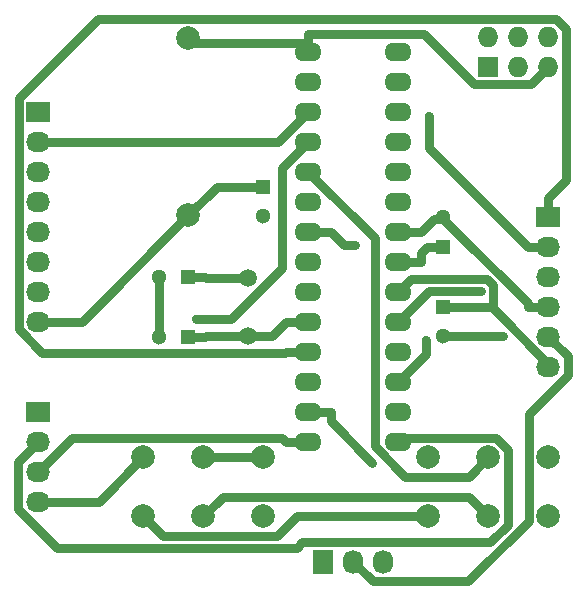
<source format=gbl>
G04 #@! TF.FileFunction,Copper,L2,Bot,Signal*
%FSLAX46Y46*%
G04 Gerber Fmt 4.6, Leading zero omitted, Abs format (unit mm)*
G04 Created by KiCad (PCBNEW (2015-10-31 BZR 6288)-product) date Tuesday, December 15, 2015 'PMt' 06:06:37 PM*
%MOMM*%
G01*
G04 APERTURE LIST*
%ADD10C,0.100000*%
%ADD11R,1.300000X1.300000*%
%ADD12C,1.300000*%
%ADD13R,1.727200X2.032000*%
%ADD14O,1.727200X2.032000*%
%ADD15R,2.032000X1.727200*%
%ADD16O,2.032000X1.727200*%
%ADD17C,1.998980*%
%ADD18C,1.501140*%
%ADD19O,2.300000X1.600000*%
%ADD20R,1.727200X1.727200*%
%ADD21O,1.727200X1.727200*%
%ADD22C,0.700000*%
%ADD23C,0.750000*%
G04 APERTURE END LIST*
D10*
D11*
X160020000Y-106680000D03*
D12*
X160020000Y-109180000D03*
D11*
X175260000Y-116840000D03*
D12*
X175260000Y-119340000D03*
D11*
X175260000Y-111760000D03*
D12*
X175260000Y-109260000D03*
D11*
X153670000Y-119380000D03*
D12*
X151170000Y-119380000D03*
D11*
X153670000Y-114300000D03*
D12*
X151170000Y-114300000D03*
D13*
X165100000Y-138430000D03*
D14*
X167640000Y-138430000D03*
X170180000Y-138430000D03*
D15*
X140970000Y-125730000D03*
D16*
X140970000Y-128270000D03*
X140970000Y-130810000D03*
X140970000Y-133350000D03*
D15*
X140970000Y-100330000D03*
D16*
X140970000Y-102870000D03*
X140970000Y-105410000D03*
X140970000Y-107950000D03*
X140970000Y-110490000D03*
X140970000Y-113030000D03*
X140970000Y-115570000D03*
X140970000Y-118110000D03*
D15*
X184150000Y-109220000D03*
D16*
X184150000Y-111760000D03*
X184150000Y-114300000D03*
X184150000Y-116840000D03*
X184150000Y-119380000D03*
X184150000Y-121920000D03*
D17*
X153670000Y-94100000D03*
X153670000Y-109100000D03*
D18*
X158750000Y-114399060D03*
X158750000Y-119280940D03*
D19*
X163830000Y-95250000D03*
X163830000Y-97790000D03*
X163830000Y-100330000D03*
X163830000Y-102870000D03*
X163830000Y-105410000D03*
X163830000Y-107950000D03*
X163830000Y-110490000D03*
X163830000Y-113030000D03*
X163830000Y-115570000D03*
X163830000Y-118110000D03*
X163830000Y-120650000D03*
X163830000Y-123190000D03*
X163830000Y-125730000D03*
X163830000Y-128270000D03*
X171450000Y-128270000D03*
X171450000Y-125730000D03*
X171450000Y-123190000D03*
X171450000Y-120650000D03*
X171450000Y-118110000D03*
X171450000Y-115570000D03*
X171450000Y-113030000D03*
X171450000Y-110490000D03*
X171450000Y-107950000D03*
X171450000Y-105410000D03*
X171450000Y-102870000D03*
X171450000Y-100330000D03*
X171450000Y-97790000D03*
X171450000Y-95250000D03*
D17*
X184150000Y-134579360D03*
X184150000Y-129578100D03*
X179070000Y-134579360D03*
X179070000Y-129578100D03*
X173990000Y-134579360D03*
X173990000Y-129578100D03*
X160020000Y-134579360D03*
X160020000Y-129578100D03*
X154940000Y-134579360D03*
X154940000Y-129578100D03*
X149860000Y-134579360D03*
X149860000Y-129578100D03*
D20*
X179070000Y-96520000D03*
D21*
X179070000Y-93980000D03*
X181610000Y-96520000D03*
X181610000Y-93980000D03*
X184150000Y-96520000D03*
X184150000Y-93980000D03*
D22*
X167755900Y-111588200D03*
X180349400Y-119340000D03*
X154357500Y-117849400D03*
X174034500Y-100706600D03*
X169225600Y-130016700D03*
X173777500Y-119649700D03*
X178447200Y-115515100D03*
D23*
X166828200Y-111588200D02*
X165730000Y-110490000D01*
X167755900Y-111588200D02*
X166828200Y-111588200D01*
X163830000Y-110490000D02*
X165730000Y-110490000D01*
X156090000Y-106680000D02*
X153670000Y-109100000D01*
X160020000Y-106680000D02*
X156090000Y-106680000D01*
X144660000Y-118110000D02*
X140970000Y-118110000D01*
X153670000Y-109100000D02*
X144660000Y-118110000D01*
X184150000Y-121639600D02*
X179350400Y-116840000D01*
X184150000Y-121920000D02*
X184150000Y-121639600D01*
X179350400Y-116840000D02*
X175260000Y-116840000D01*
X172534600Y-114485400D02*
X171450000Y-115570000D01*
X178926600Y-114485400D02*
X172534600Y-114485400D01*
X179448100Y-115006900D02*
X178926600Y-114485400D01*
X179448100Y-116742300D02*
X179448100Y-115006900D01*
X179350400Y-116840000D02*
X179448100Y-116742300D01*
X160020000Y-129578100D02*
X154940000Y-129578100D01*
X146088100Y-133350000D02*
X140970000Y-133350000D01*
X149860000Y-129578100D02*
X146088100Y-133350000D01*
X184150000Y-116840000D02*
X182384000Y-116840000D01*
X151170000Y-119380000D02*
X151170000Y-114300000D01*
X175260000Y-119340000D02*
X180349400Y-119340000D01*
X171450000Y-110490000D02*
X173350000Y-110490000D01*
X175260000Y-109358200D02*
X175260000Y-109260000D01*
X174481800Y-109358200D02*
X173350000Y-110490000D01*
X175260000Y-109358200D02*
X174481800Y-109358200D01*
X182384000Y-116482200D02*
X175260000Y-109358200D01*
X182384000Y-116840000D02*
X182384000Y-116482200D01*
X173350000Y-112270000D02*
X173860000Y-111760000D01*
X173350000Y-113030000D02*
X173350000Y-112270000D01*
X175260000Y-111760000D02*
X173860000Y-111760000D01*
X171450000Y-113030000D02*
X173350000Y-113030000D01*
X155169100Y-119280900D02*
X155070000Y-119380000D01*
X158750000Y-119280900D02*
X155169100Y-119280900D01*
X153670000Y-119380000D02*
X155070000Y-119380000D01*
X160759100Y-119280900D02*
X158750000Y-119280900D01*
X161930000Y-118110000D02*
X160759100Y-119280900D01*
X163830000Y-118110000D02*
X161930000Y-118110000D01*
X155169100Y-114399100D02*
X155070000Y-114300000D01*
X158750000Y-114399100D02*
X155169100Y-114399100D01*
X153670000Y-114300000D02*
X155070000Y-114300000D01*
X173578300Y-93700000D02*
X163830000Y-93700000D01*
X177887300Y-98009000D02*
X173578300Y-93700000D01*
X182661000Y-98009000D02*
X177887300Y-98009000D01*
X184150000Y-96520000D02*
X182661000Y-98009000D01*
X163830000Y-95250000D02*
X163830000Y-94475000D01*
X163830000Y-94475000D02*
X163830000Y-93700000D01*
X154045000Y-94475000D02*
X153670000Y-94100000D01*
X163830000Y-94475000D02*
X154045000Y-94475000D01*
X161290000Y-102870000D02*
X140970000Y-102870000D01*
X163830000Y-100330000D02*
X161290000Y-102870000D01*
X154357500Y-117849300D02*
X154357500Y-117849400D01*
X157252500Y-117849300D02*
X154357500Y-117849300D01*
X161590100Y-113511700D02*
X157252500Y-117849300D01*
X161590100Y-105109900D02*
X161590100Y-113511700D01*
X163830000Y-102870000D02*
X161590100Y-105109900D01*
X169445900Y-111025900D02*
X163830000Y-105410000D01*
X169445900Y-128651200D02*
X169445900Y-111025900D01*
X172030700Y-131236000D02*
X169445900Y-128651200D01*
X177412100Y-131236000D02*
X172030700Y-131236000D01*
X179070000Y-129578100D02*
X177412100Y-131236000D01*
X163830000Y-120650000D02*
X161930000Y-120650000D01*
X184150000Y-109220000D02*
X184150000Y-107606400D01*
X161870000Y-120710000D02*
X161930000Y-120650000D01*
X141291700Y-120710000D02*
X161870000Y-120710000D01*
X139328600Y-118746900D02*
X141291700Y-120710000D01*
X139328600Y-99164300D02*
X139328600Y-118746900D01*
X146056400Y-92436500D02*
X139328600Y-99164300D01*
X184769500Y-92436500D02*
X146056400Y-92436500D01*
X185660300Y-93327300D02*
X184769500Y-92436500D01*
X185660300Y-106096100D02*
X185660300Y-93327300D01*
X184150000Y-107606400D02*
X185660300Y-106096100D01*
X184150000Y-111760000D02*
X182384000Y-111760000D01*
X174034500Y-103410500D02*
X174034500Y-100706600D01*
X182384000Y-111760000D02*
X174034500Y-103410500D01*
X165730000Y-126521100D02*
X169225600Y-130016700D01*
X165730000Y-125730000D02*
X165730000Y-126521100D01*
X163830000Y-125730000D02*
X165730000Y-125730000D01*
X143847800Y-127932200D02*
X140970000Y-130810000D01*
X161592200Y-127932200D02*
X143847800Y-127932200D01*
X161930000Y-128270000D02*
X161592200Y-127932200D01*
X163830000Y-128270000D02*
X161930000Y-128270000D01*
X139278800Y-129961200D02*
X140970000Y-128270000D01*
X139278800Y-133989200D02*
X139278800Y-129961200D01*
X142523200Y-137233600D02*
X139278800Y-133989200D01*
X162827000Y-137233600D02*
X142523200Y-137233600D01*
X163272000Y-136788600D02*
X162827000Y-137233600D01*
X179226300Y-136788600D02*
X163272000Y-136788600D01*
X180732500Y-135282400D02*
X179226300Y-136788600D01*
X180732500Y-128935200D02*
X180732500Y-135282400D01*
X179726500Y-127929200D02*
X180732500Y-128935200D01*
X171790800Y-127929200D02*
X179726500Y-127929200D01*
X171450000Y-128270000D02*
X171790800Y-127929200D01*
X173777500Y-120862500D02*
X171450000Y-123190000D01*
X173777500Y-119649700D02*
X173777500Y-120862500D01*
X174044900Y-115515100D02*
X178447200Y-115515100D01*
X171450000Y-118110000D02*
X174044900Y-115515100D01*
X169281800Y-140071800D02*
X167640000Y-138430000D01*
X177359900Y-140071800D02*
X169281800Y-140071800D01*
X182482800Y-134948900D02*
X177359900Y-140071800D01*
X182482800Y-125896400D02*
X182482800Y-134948900D01*
X185803900Y-122575300D02*
X182482800Y-125896400D01*
X185803900Y-121033900D02*
X185803900Y-122575300D01*
X184150000Y-119380000D02*
X185803900Y-121033900D01*
X177444500Y-132953900D02*
X179070000Y-134579400D01*
X156565500Y-132953900D02*
X177444500Y-132953900D01*
X154940000Y-134579400D02*
X156565500Y-132953900D01*
X162853700Y-134579400D02*
X173990000Y-134579400D01*
X161204200Y-136228900D02*
X162853700Y-134579400D01*
X151509500Y-136228900D02*
X161204200Y-136228900D01*
X149860000Y-134579400D02*
X151509500Y-136228900D01*
M02*

</source>
